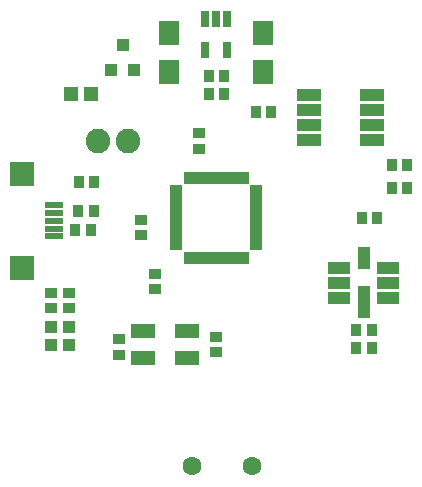
<source format=gts>
G75*
G70*
%OFA0B0*%
%FSLAX24Y24*%
%IPPOS*%
%LPD*%
%AMOC8*
5,1,8,0,0,1.08239X$1,22.5*
%
%ADD10R,0.0395X0.0198*%
%ADD11R,0.0198X0.0395*%
%ADD12R,0.0828X0.0513*%
%ADD13R,0.0434X0.0356*%
%ADD14R,0.0631X0.0218*%
%ADD15R,0.0828X0.0789*%
%ADD16R,0.0356X0.0434*%
%ADD17R,0.0297X0.0552*%
%ADD18R,0.0710X0.0828*%
%ADD19R,0.0395X0.0434*%
%ADD20R,0.0513X0.0474*%
%ADD21R,0.0395X0.0395*%
%ADD22C,0.0631*%
%ADD23R,0.0789X0.0395*%
%ADD24R,0.0395X0.1064*%
%ADD25R,0.0395X0.0737*%
%ADD26R,0.0737X0.0395*%
%ADD27C,0.0820*%
D10*
X006494Y010263D03*
X006494Y010460D03*
X006494Y010656D03*
X006494Y010853D03*
X006494Y011050D03*
X006494Y011247D03*
X006494Y011444D03*
X006494Y011641D03*
X006494Y011838D03*
X006494Y012034D03*
X006494Y012231D03*
X009172Y012231D03*
X009172Y012034D03*
X009172Y011838D03*
X009172Y011641D03*
X009172Y011444D03*
X009172Y011247D03*
X009172Y011050D03*
X009172Y010853D03*
X009172Y010656D03*
X009172Y010460D03*
X009172Y010263D03*
D11*
X008817Y009908D03*
X008620Y009908D03*
X008424Y009908D03*
X008227Y009908D03*
X008030Y009908D03*
X007833Y009908D03*
X007636Y009908D03*
X007439Y009908D03*
X007243Y009908D03*
X007046Y009908D03*
X006849Y009908D03*
X006849Y012586D03*
X007046Y012586D03*
X007243Y012586D03*
X007439Y012586D03*
X007636Y012586D03*
X007833Y012586D03*
X008030Y012586D03*
X008227Y012586D03*
X008424Y012586D03*
X008620Y012586D03*
X008817Y012586D03*
D12*
X005394Y006574D03*
X005394Y007479D03*
X006850Y007479D03*
X006850Y006574D03*
D13*
X007819Y006771D03*
X007819Y007282D03*
X005802Y008873D03*
X005802Y009385D03*
X005333Y010675D03*
X005333Y011186D03*
X007243Y013550D03*
X007243Y014062D03*
X002912Y008747D03*
X002912Y008235D03*
X002321Y008235D03*
X002321Y008747D03*
X004581Y007202D03*
X004581Y006690D03*
D14*
X002418Y010637D03*
X002418Y010893D03*
X002418Y011149D03*
X002418Y011405D03*
X002418Y011660D03*
D15*
X001375Y012723D03*
X001375Y009574D03*
D16*
X003139Y010849D03*
X003651Y010849D03*
X003750Y011464D03*
X003238Y011464D03*
X003246Y012428D03*
X003758Y012428D03*
X007577Y015381D03*
X008089Y015381D03*
X008089Y015971D03*
X007577Y015971D03*
X009152Y014790D03*
X009664Y014790D03*
X012695Y011247D03*
X013207Y011247D03*
X013680Y012231D03*
X014191Y012231D03*
X014191Y013019D03*
X013680Y013019D03*
X013010Y007507D03*
X013010Y006916D03*
X012498Y006916D03*
X012498Y007507D03*
D17*
X008207Y016838D03*
X007459Y016838D03*
X007459Y017861D03*
X007833Y017861D03*
X008207Y017861D03*
D18*
X009408Y017408D03*
X009408Y016109D03*
X006258Y016109D03*
X006258Y017408D03*
D19*
X005089Y016184D03*
X004341Y016184D03*
X004715Y017011D03*
D20*
X003656Y015381D03*
X002987Y015381D03*
D21*
X002912Y007605D03*
X002912Y007015D03*
X002321Y007015D03*
X002321Y007605D03*
D22*
X007030Y002979D03*
X009030Y002979D03*
D23*
X010917Y013844D03*
X010917Y014344D03*
X010917Y014844D03*
X010917Y015344D03*
X013017Y015344D03*
X013017Y014844D03*
X013017Y014344D03*
X013017Y013844D03*
D24*
X012754Y008432D03*
D25*
X012754Y009895D03*
D26*
X011941Y009582D03*
X011941Y009082D03*
X011941Y008582D03*
X013567Y008582D03*
X013567Y009082D03*
X013567Y009582D03*
D27*
X004880Y013806D03*
X003880Y013806D03*
M02*

</source>
